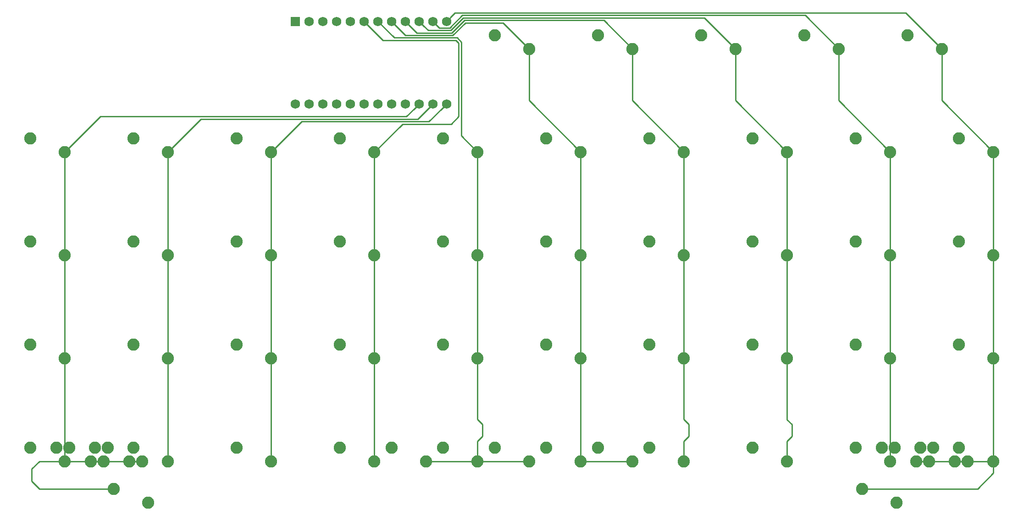
<source format=gbl>
G04 #@! TF.GenerationSoftware,KiCad,Pcbnew,(5.1.4)-1*
G04 #@! TF.CreationDate,2021-09-02T04:03:04-10:00*
G04 #@! TF.ProjectId,oya45,6f796134-352e-46b6-9963-61645f706362,rev?*
G04 #@! TF.SameCoordinates,Original*
G04 #@! TF.FileFunction,Copper,L2,Bot*
G04 #@! TF.FilePolarity,Positive*
%FSLAX46Y46*%
G04 Gerber Fmt 4.6, Leading zero omitted, Abs format (unit mm)*
G04 Created by KiCad (PCBNEW (5.1.4)-1) date 2021-09-02 04:03:04*
%MOMM*%
%LPD*%
G04 APERTURE LIST*
%ADD10C,2.250000*%
%ADD11R,1.752600X1.752600*%
%ADD12C,1.752600*%
%ADD13C,0.254000*%
G04 APERTURE END LIST*
D10*
X214153750Y-109220000D03*
X220503750Y-111760000D03*
X214471250Y-119380000D03*
X208121250Y-116840000D03*
X75247500Y-111760000D03*
X68897500Y-109220000D03*
X221297500Y-109220000D03*
X227647500Y-111760000D03*
X218916250Y-109220000D03*
X225266250Y-111760000D03*
X218122500Y-111760000D03*
X211772500Y-109220000D03*
X65722500Y-111760000D03*
X59372500Y-109220000D03*
X66516250Y-109220000D03*
X72866250Y-111760000D03*
X68103750Y-111760000D03*
X61753750Y-109220000D03*
X70008750Y-116840000D03*
X76358750Y-119380000D03*
X232410000Y-92710000D03*
X226060000Y-90170000D03*
X232410000Y-54610000D03*
X226060000Y-52070000D03*
X99060000Y-111760000D03*
X92710000Y-109220000D03*
X175260000Y-111760000D03*
X168910000Y-109220000D03*
X146685000Y-35560000D03*
X140335000Y-33020000D03*
X203835000Y-35560000D03*
X197485000Y-33020000D03*
X222885000Y-35560000D03*
X216535000Y-33020000D03*
D11*
X103505000Y-30480000D03*
D12*
X106045000Y-30480000D03*
X108585000Y-30480000D03*
X111125000Y-30480000D03*
X113665000Y-30480000D03*
X116205000Y-30480000D03*
X118745000Y-30480000D03*
X121285000Y-30480000D03*
X123825000Y-30480000D03*
X126365000Y-30480000D03*
X128905000Y-30480000D03*
X131445000Y-45720000D03*
X128905000Y-45720000D03*
X126365000Y-45720000D03*
X123825000Y-45720000D03*
X121285000Y-45720000D03*
X118745000Y-45720000D03*
X116205000Y-45720000D03*
X113665000Y-45720000D03*
X111125000Y-45720000D03*
X108585000Y-45720000D03*
X106045000Y-45720000D03*
X131445000Y-30480000D03*
X103505000Y-45720000D03*
D10*
X165735000Y-111760000D03*
X159385000Y-109220000D03*
X127635000Y-111760000D03*
X121285000Y-109220000D03*
X140335000Y-109220000D03*
X146685000Y-111760000D03*
X184785000Y-35560000D03*
X178435000Y-33020000D03*
X165735000Y-35560000D03*
X159385000Y-33020000D03*
X232410000Y-111760000D03*
X226060000Y-109220000D03*
X207010000Y-109220000D03*
X213360000Y-111760000D03*
X194310000Y-111760000D03*
X187960000Y-109220000D03*
X156210000Y-111760000D03*
X149860000Y-109220000D03*
X137160000Y-111760000D03*
X130810000Y-109220000D03*
X118110000Y-111760000D03*
X111760000Y-109220000D03*
X73660000Y-109220000D03*
X80010000Y-111760000D03*
X54610000Y-109220000D03*
X60960000Y-111760000D03*
X213360000Y-92710000D03*
X207010000Y-90170000D03*
X194310000Y-92710000D03*
X187960000Y-90170000D03*
X175260000Y-92710000D03*
X168910000Y-90170000D03*
X156210000Y-92710000D03*
X149860000Y-90170000D03*
X137160000Y-92710000D03*
X130810000Y-90170000D03*
X118110000Y-92710000D03*
X111760000Y-90170000D03*
X99060000Y-92710000D03*
X92710000Y-90170000D03*
X80010000Y-92710000D03*
X73660000Y-90170000D03*
X60960000Y-92710000D03*
X54610000Y-90170000D03*
X232410000Y-73660000D03*
X226060000Y-71120000D03*
X213360000Y-73660000D03*
X207010000Y-71120000D03*
X194310000Y-73660000D03*
X187960000Y-71120000D03*
X175260000Y-73660000D03*
X168910000Y-71120000D03*
X149860000Y-71120000D03*
X156210000Y-73660000D03*
X137160000Y-73660000D03*
X130810000Y-71120000D03*
X118110000Y-73660000D03*
X111760000Y-71120000D03*
X99060000Y-73660000D03*
X92710000Y-71120000D03*
X80010000Y-73660000D03*
X73660000Y-71120000D03*
X60960000Y-73660000D03*
X54610000Y-71120000D03*
X213360000Y-54610000D03*
X207010000Y-52070000D03*
X194310000Y-54610000D03*
X187960000Y-52070000D03*
X175260000Y-54610000D03*
X168910000Y-52070000D03*
X156210000Y-54610000D03*
X149860000Y-52070000D03*
X137160000Y-54610000D03*
X130810000Y-52070000D03*
X118110000Y-54610000D03*
X111760000Y-52070000D03*
X99060000Y-54610000D03*
X92710000Y-52070000D03*
X80010000Y-54610000D03*
X73660000Y-52070000D03*
X60960000Y-54610000D03*
X54610000Y-52070000D03*
D13*
X60960000Y-54610000D02*
X60960000Y-92710000D01*
X60960000Y-92710000D02*
X60960000Y-111760000D01*
X125488701Y-46596299D02*
X126365000Y-45720000D01*
X124005990Y-48079010D02*
X125488701Y-46596299D01*
X67490990Y-48079010D02*
X124005990Y-48079010D01*
X60960000Y-54610000D02*
X67490990Y-48079010D01*
X62550990Y-111760000D02*
X75247500Y-111760000D01*
X60960000Y-111760000D02*
X62550990Y-111760000D01*
X68417760Y-116840000D02*
X70008750Y-116840000D01*
X56255066Y-116840000D02*
X68417760Y-116840000D01*
X54829099Y-115414033D02*
X56255066Y-116840000D01*
X54829099Y-113185967D02*
X54829099Y-115414033D01*
X56255066Y-111760000D02*
X54829099Y-113185967D01*
X60960000Y-111760000D02*
X56255066Y-111760000D01*
X80010000Y-54610000D02*
X80010000Y-111760000D01*
X128028701Y-46596299D02*
X128905000Y-45720000D01*
X126091980Y-48533020D02*
X128028701Y-46596299D01*
X86086980Y-48533020D02*
X126091980Y-48533020D01*
X80010000Y-54610000D02*
X86086980Y-48533020D01*
X99060000Y-54610000D02*
X99060000Y-111760000D01*
X130568701Y-46596299D02*
X131445000Y-45720000D01*
X128177970Y-48987030D02*
X130568701Y-46596299D01*
X104682970Y-48987030D02*
X128177970Y-48987030D01*
X99060000Y-54610000D02*
X104682970Y-48987030D01*
X118110000Y-54610000D02*
X118110000Y-111760000D01*
X119678351Y-33953351D02*
X116205000Y-30480000D01*
X118110000Y-54610000D02*
X123278960Y-49441040D01*
X123278960Y-49441040D02*
X132327710Y-49441040D01*
X132327710Y-49441040D02*
X133689740Y-48079010D01*
X133689740Y-48079010D02*
X133689740Y-34470990D01*
X133689740Y-34470990D02*
X133172101Y-33953351D01*
X133172101Y-33953351D02*
X119678351Y-33953351D01*
X121764341Y-33499341D02*
X118745000Y-30480000D01*
X133360158Y-33499341D02*
X121764341Y-33499341D01*
X134143750Y-34282933D02*
X133360158Y-33499341D01*
X134143750Y-51593750D02*
X134143750Y-34282933D01*
X137160000Y-54610000D02*
X134143750Y-51593750D01*
X146685000Y-111760000D02*
X127635000Y-111760000D01*
X137160000Y-108051184D02*
X137160000Y-111760000D01*
X138052151Y-107159033D02*
X137160000Y-108051184D01*
X138052151Y-104930967D02*
X138052151Y-107159033D01*
X137160000Y-104038816D02*
X138052151Y-104930967D01*
X137160000Y-54610000D02*
X137160000Y-104038816D01*
X156210000Y-54610000D02*
X156210000Y-111760000D01*
X146685000Y-45085000D02*
X146685000Y-35560000D01*
X156210000Y-54610000D02*
X146685000Y-45085000D01*
X122161299Y-31356299D02*
X121285000Y-30480000D01*
X123850331Y-33045331D02*
X122161299Y-31356299D01*
X132586756Y-33045331D02*
X123850331Y-33045331D01*
X134901306Y-30730780D02*
X132586756Y-33045331D01*
X146685000Y-35560000D02*
X141855780Y-30730780D01*
X141855780Y-30730780D02*
X134901306Y-30730780D01*
X157800990Y-111760000D02*
X165735000Y-111760000D01*
X156210000Y-111760000D02*
X157800990Y-111760000D01*
X175260000Y-54610000D02*
X175260000Y-104038816D01*
X165735000Y-45085000D02*
X165735000Y-35560000D01*
X175260000Y-54610000D02*
X165735000Y-45085000D01*
X176152151Y-104930967D02*
X176152151Y-107159033D01*
X175260000Y-104038816D02*
X176152151Y-104930967D01*
X175260000Y-108051184D02*
X175260000Y-111760000D01*
X176152151Y-107159033D02*
X175260000Y-108051184D01*
X124701299Y-31356299D02*
X123825000Y-30480000D01*
X125936321Y-32591321D02*
X124701299Y-31356299D01*
X132398699Y-32591321D02*
X125936321Y-32591321D01*
X134713249Y-30276770D02*
X132398699Y-32591321D01*
X165735000Y-35560000D02*
X160451770Y-30276770D01*
X160451770Y-30276770D02*
X134713249Y-30276770D01*
X184785000Y-45085000D02*
X184785000Y-35560000D01*
X194310000Y-54610000D02*
X184785000Y-45085000D01*
X127241299Y-31356299D02*
X126365000Y-30480000D01*
X128022311Y-32137311D02*
X127241299Y-31356299D01*
X132210642Y-32137311D02*
X128022311Y-32137311D01*
X134525192Y-29822760D02*
X132210642Y-32137311D01*
X184785000Y-35560000D02*
X179047760Y-29822760D01*
X179047760Y-29822760D02*
X134525192Y-29822760D01*
X194310000Y-104045166D02*
X195195801Y-104930967D01*
X194310000Y-54610000D02*
X194310000Y-104045166D01*
X195195801Y-104930967D02*
X195195801Y-107159033D01*
X194310000Y-108044834D02*
X194310000Y-111760000D01*
X195195801Y-107159033D02*
X194310000Y-108044834D01*
X213360000Y-54610000D02*
X213360000Y-111760000D01*
X203835000Y-45085000D02*
X203835000Y-35560000D01*
X213360000Y-54610000D02*
X203835000Y-45085000D01*
X129781299Y-31356299D02*
X128905000Y-30480000D01*
X130108301Y-31683301D02*
X129781299Y-31356299D01*
X132022585Y-31683301D02*
X130108301Y-31683301D01*
X134337136Y-29368750D02*
X132022585Y-31683301D01*
X197643750Y-29368750D02*
X134337136Y-29368750D01*
X203835000Y-35560000D02*
X197643750Y-29368750D01*
X232410000Y-54610000D02*
X232410000Y-111760000D01*
X222885000Y-45085000D02*
X222885000Y-35560000D01*
X232410000Y-54610000D02*
X222885000Y-45085000D01*
X222885000Y-35560000D02*
X216239740Y-28914740D01*
X132321299Y-29603701D02*
X131445000Y-30480000D01*
X133010260Y-28914740D02*
X132321299Y-29603701D01*
X216239740Y-28914740D02*
X133010260Y-28914740D01*
X232410000Y-111760000D02*
X218122500Y-111760000D01*
X232410000Y-113350990D02*
X232410000Y-111760000D01*
X232410000Y-113924934D02*
X232410000Y-113350990D01*
X229494934Y-116840000D02*
X232410000Y-113924934D01*
X208121250Y-116840000D02*
X229494934Y-116840000D01*
M02*

</source>
